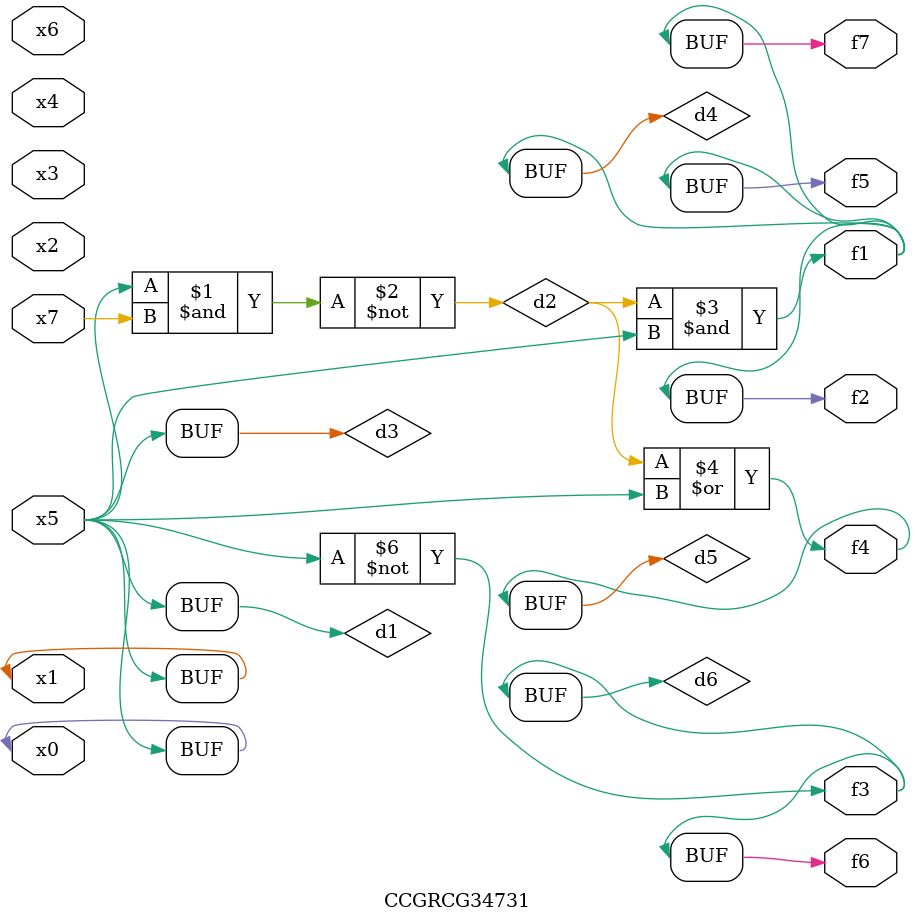
<source format=v>
module CCGRCG34731(
	input x0, x1, x2, x3, x4, x5, x6, x7,
	output f1, f2, f3, f4, f5, f6, f7
);

	wire d1, d2, d3, d4, d5, d6;

	buf (d1, x0, x5);
	nand (d2, x5, x7);
	buf (d3, x0, x1);
	and (d4, d2, d3);
	or (d5, d2, d3);
	nor (d6, d1, d3);
	assign f1 = d4;
	assign f2 = d4;
	assign f3 = d6;
	assign f4 = d5;
	assign f5 = d4;
	assign f6 = d6;
	assign f7 = d4;
endmodule

</source>
